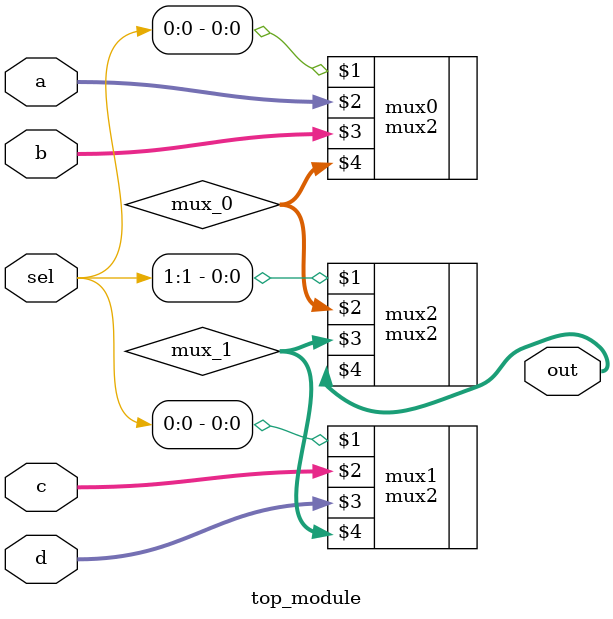
<source format=v>
module top_module (
    input [1:0] sel,
    input [7:0] a,
    input [7:0] b,
    input [7:0] c,
    input [7:0] d,
    output [7:0] out  ); //

    wire [7:0] mux_0, mux_1;
    mux2 mux0 ( sel[0],    a,    b, mux_0 );
    mux2 mux1 ( sel[0],    c,    d, mux_1 );
    mux2 mux2 ( sel[1], mux_0, mux_1,  out );

endmodule

</source>
